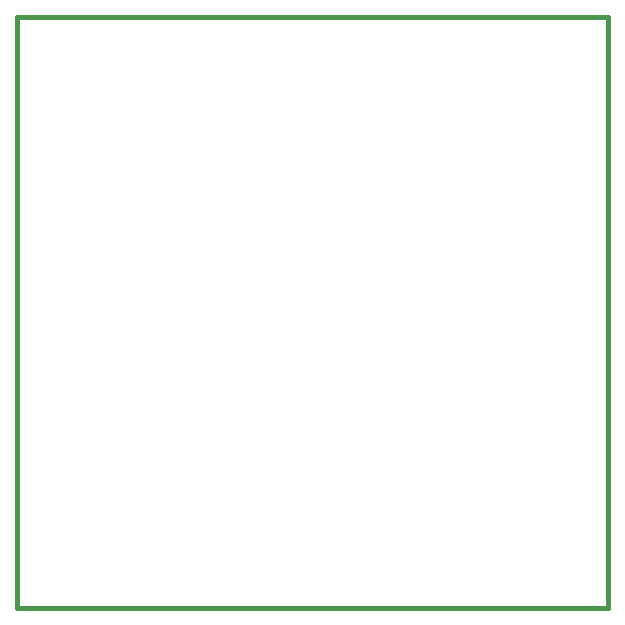
<source format=gbr>
G04 (created by PCBNEW-RS274X (2011-12-28 BZR 3254)-stable) date 2012. 03. 05. 18:39:53*
G01*
G70*
G90*
%MOIN*%
G04 Gerber Fmt 3.4, Leading zero omitted, Abs format*
%FSLAX34Y34*%
G04 APERTURE LIST*
%ADD10C,0.006000*%
%ADD11C,0.015000*%
G04 APERTURE END LIST*
G54D10*
G54D11*
X04724Y-24409D02*
X04724Y-04724D01*
X24409Y-24409D02*
X04724Y-24409D01*
X24409Y-04724D02*
X24409Y-24409D01*
X04724Y-04724D02*
X24409Y-04724D01*
M02*

</source>
